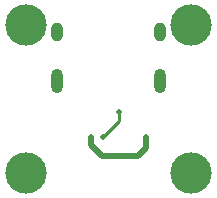
<source format=gbl>
G04 #@! TF.GenerationSoftware,KiCad,Pcbnew,5.1.5*
G04 #@! TF.CreationDate,2020-01-08T02:03:50-03:00*
G04 #@! TF.ProjectId,Unified-Daughterboard,556e6966-6965-4642-9d44-617567687465,rev?*
G04 #@! TF.SameCoordinates,Original*
G04 #@! TF.FileFunction,Copper,L2,Bot*
G04 #@! TF.FilePolarity,Positive*
%FSLAX46Y46*%
G04 Gerber Fmt 4.6, Leading zero omitted, Abs format (unit mm)*
G04 Created by KiCad (PCBNEW 5.1.5) date 2020-01-08 02:03:50*
%MOMM*%
%LPD*%
G04 APERTURE LIST*
%ADD10C,3.500000*%
%ADD11O,1.000000X1.600000*%
%ADD12O,1.000000X2.100000*%
%ADD13C,0.508000*%
%ADD14C,0.254000*%
%ADD15C,0.508000*%
G04 APERTURE END LIST*
D10*
X68004500Y-58543000D03*
X82004500Y-58543000D03*
X68004500Y-71043000D03*
X82004500Y-71043000D03*
D11*
X70684500Y-59143000D03*
X79324500Y-59143000D03*
D12*
X70684500Y-63323000D03*
X79324500Y-63323000D03*
D13*
X74504500Y-68018000D03*
X75897500Y-65889000D03*
X73504500Y-68018000D03*
X78183500Y-68048000D03*
D14*
X74530500Y-68018000D02*
X74504500Y-68018000D01*
X75897500Y-65889000D02*
X75897500Y-66651000D01*
X75897500Y-66651000D02*
X74530500Y-68018000D01*
D15*
X73504500Y-68703000D02*
X73504500Y-68018000D01*
X74463500Y-69662000D02*
X73504500Y-68703000D01*
X75807500Y-69662000D02*
X77458500Y-69662000D01*
X75807500Y-69662000D02*
X74463500Y-69662000D01*
X76569500Y-69662000D02*
X75807500Y-69662000D01*
X78183500Y-68937000D02*
X78183500Y-68048000D01*
X77458500Y-69662000D02*
X78183500Y-68937000D01*
M02*

</source>
